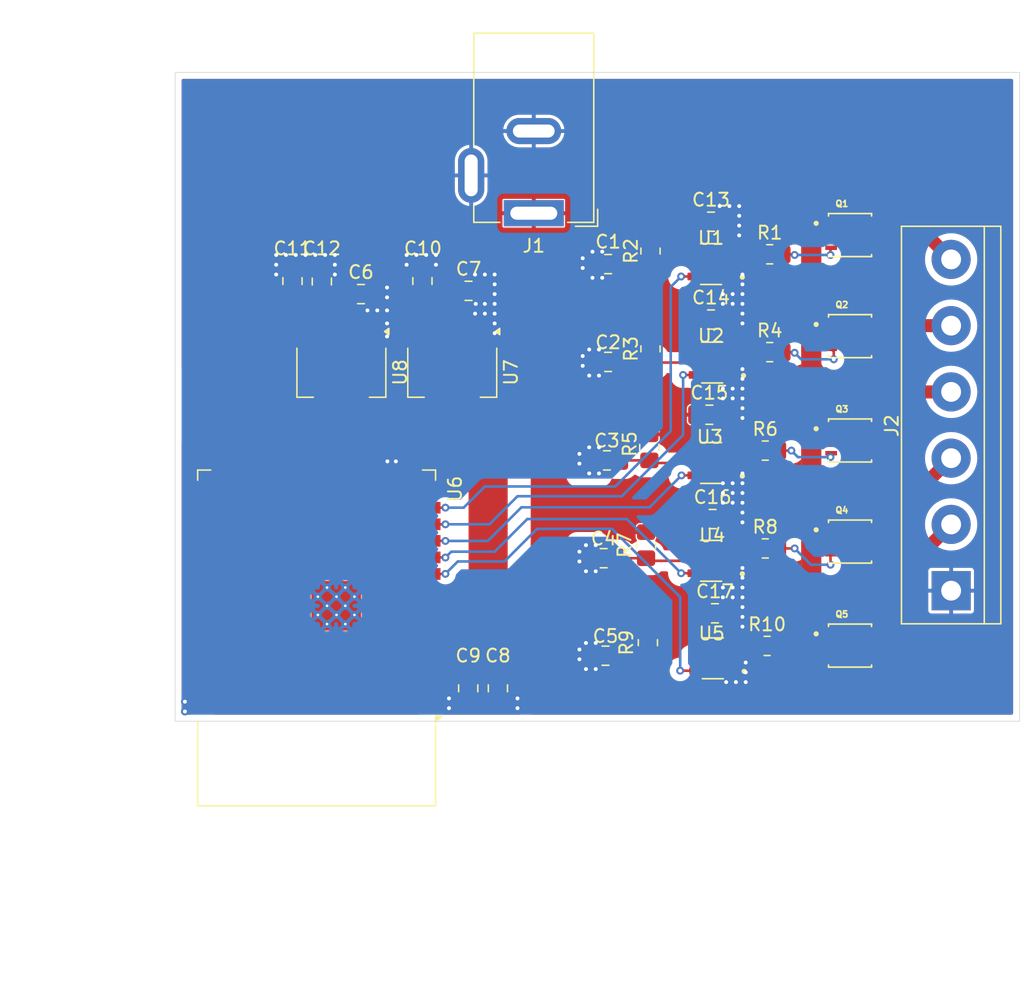
<source format=kicad_pcb>
(kicad_pcb (version 20240108) (generator "pcbnew") (generator_version "8.0")
  (layers (0 "F.Cu" signal) (31 "B.Cu" signal) (34 "B.Paste" user) (35 "F.Paste" user) (36 "B.SilkS" user "B.Silkscreen") (37 "F.SilkS" user "F.Silkscreen") (38 "B.Mask" user) (39 "F.Mask" user) (44 "Edge.Cuts" user))
  (net 0 "")
  (net 1 "Net-(U1-EN{slash}~{FLT})")
  (net 2 "GND")
  (net 3 "Net-(U2-EN{slash}~{FLT})")
  (net 4 "Net-(U3-EN{slash}~{FLT})")
  (net 5 "Net-(U4-EN{slash}~{FLT})")
  (net 6 "Net-(U5-EN{slash}~{FLT})")
  (net 7 "VCC")
  (net 8 "+3.3V")
  (net 9 "Net-(U6-EN)")
  (net 10 "Net-(U1-OUT)")
  (net 11 "Net-(Q1-G)")
  (net 12 "Net-(Q2-G)")
  (net 13 "Net-(U2-OUT)")
  (net 14 "Net-(U3-OUT)")
  (net 15 "Net-(Q3-G)")
  (net 16 "Net-(U4-OUT)")
  (net 17 "Net-(Q4-G)")
  (net 18 "Net-(U5-OUT)")
  (net 19 "Net-(Q5-G)")
  (net 20 "/IN1")
  (net 21 "/IN2")
  (net 22 "/IN3")
  (net 23 "/IN4")
  (net 24 "/IN5")
  (net 53 "+5V")
  (net 54 "Net-(J2-Pin_4)")
  (net 55 "Net-(J2-Pin_5)")
  (net 56 "Net-(J2-Pin_2)")
  (net 57 "Net-(J2-Pin_3)")
  (net 58 "Net-(J2-Pin_6)")
  (footprint "Resistor_SMD:R_0805_2012Metric_Pad1.20x1.40mm_HandSolder" (layer "F.Cu") (at 117.64 131.975)
    (property "Reference" "R10")
    (property "Value" "R")
  )
  (footprint "1ED44175N01BXTSA1:1ED44175N01BXTSA1" (layer "F.Cu") (at 113.48 132.925 180)
    (property "Reference" "U5")
    (property "Value" "1ED44175N01BXTSA1" (hide yes))
  )
  (footprint "TerminalBlock:TerminalBlock_bornier-6_P5.08mm" (layer "F.Cu") (at 131.75 127.74 90)
    (property "Reference" "J2")
    (property "Value" "Screw_Terminal_01x06")
  )
  (footprint "Resistor_SMD:R_0805_2012Metric_Pad1.20x1.40mm_HandSolder" (layer "F.Cu") (at 108.7 101.7 90)
    (property "Reference" "R2")
    (property "Value" "R" (hide yes))
  )
  (footprint "Resistor_SMD:R_0805_2012Metric_Pad1.20x1.40mm_HandSolder" (layer "F.Cu") (at 117.84 109.45)
    (property "Reference" "R4")
    (property "Value" "R")
  )
  (footprint "Capacitor_SMD:C_0805_2012Metric_Pad1.18x1.45mm_HandSolder" (layer "F.Cu") (at 105.45 102.7 180)
    (property "Reference" "C1")
    (property "Value" "C" (hide yes))
  )
  (footprint "BSZ180P03:BSZ180P03" (layer "F.Cu") (at 124 123.975)
    (property "Reference" "Q4")
    (property "Value" "PMOS")
  )
  (footprint "Capacitor_SMD:C_0805_2012Metric_Pad1.18x1.45mm_HandSolder" (layer "F.Cu") (at 113.4625 122.25)
    (property "Reference" "C16")
    (property "Value" "C")
  )
  (footprint "Capacitor_SMD:C_0805_2012Metric_Pad1.18x1.45mm_HandSolder" (layer "F.Cu") (at 91.2125 104 90)
    (property "Reference" "C10")
    (property "Value" "C" (hide yes))
  )
  (footprint "Package_TO_SOT_SMD:SOT-223-3_TabPin2" (layer "F.Cu") (at 93.5 111 -90)
    (property "Reference" "U7")
    (property "Value" "AMS1117-3.3" (hide yes))
  )
  (footprint "Resistor_SMD:R_0805_2012Metric_Pad1.20x1.40mm_HandSolder" (layer "F.Cu") (at 108.61 116.75 90)
    (property "Reference" "R5")
    (property "Value" "R" (hide yes))
  )
  (footprint "Package_TO_SOT_SMD:SOT-223-3_TabPin2" (layer "F.Cu") (at 85 111 -90)
    (property "Reference" "U8")
    (property "Value" "AMS1117-5.0" (hide yes))
  )
  (footprint "RF_Module:ESP32-WROOM-32D" (layer "F.Cu") (at 83.1 128.37 180)
    (property "Reference" "U6")
    (property "Value" "ESP32-WROOM-32E")
  )
  (footprint "Resistor_SMD:R_0805_2012Metric_Pad1.20x1.40mm_HandSolder" (layer "F.Cu") (at 108.7 109.2 90)
    (property "Reference" "R3")
    (property "Value" "R" (hide yes))
  )
  (footprint "Resistor_SMD:R_0805_2012Metric_Pad1.20x1.40mm_HandSolder" (layer "F.Cu") (at 117.5 124.5)
    (property "Reference" "R8")
    (property "Value" "R")
  )
  (footprint "Capacitor_SMD:C_0805_2012Metric_Pad1.18x1.45mm_HandSolder" (layer "F.Cu") (at 97 135.225 -90)
    (property "Reference" "C8")
    (property "Value" "C")
  )
  (footprint "Capacitor_SMD:C_0805_2012Metric_Pad1.18x1.45mm_HandSolder" (layer "F.Cu") (at 105.25 132.725 180)
    (property "Reference" "C5")
    (property "Value" "C" (hide yes))
  )
  (footprint "Capacitor_SMD:C_0805_2012Metric_Pad1.18x1.45mm_HandSolder" (layer "F.Cu") (at 105.36 117.75 180)
    (property "Reference" "C3")
    (property "Value" "C" (hide yes))
  )
  (footprint "Capacitor_SMD:C_0805_2012Metric_Pad1.18x1.45mm_HandSolder" (layer "F.Cu") (at 86.5 105)
    (property "Reference" "C6")
    (property "Value" "C" (hide yes))
  )
  (footprint "Capacitor_SMD:C_0805_2012Metric_Pad1.18x1.45mm_HandSolder" (layer "F.Cu") (at 105.11 125.25 180)
    (property "Reference" "C4")
    (property "Value" "C" (hide yes))
  )
  (footprint "BSZ180P03:BSZ180P03" (layer "F.Cu") (at 124 131.95)
    (property "Reference" "Q5")
    (property "Value" "PMOS")
  )
  (footprint "Capacitor_SMD:C_0805_2012Metric_Pad1.18x1.45mm_HandSolder" (layer "F.Cu") (at 81.25 104 90)
    (property "Reference" "C11")
    (property "Value" "C" (hide yes))
  )
  (footprint "1ED44175N01BXTSA1:1ED44175N01BXTSA1" (layer "F.Cu") (at 113.43 110.25 180)
    (property "Reference" "U2")
    (property "Value" "1ED44175N01BXTSA1" (hide yes))
  )
  (footprint "Resistor_SMD:R_0805_2012Metric_Pad1.20x1.40mm_HandSolder" (layer "F.Cu") (at 108.5 131.725 90)
    (property "Reference" "R9")
    (property "Value" "R" (hide yes))
  )
  (footprint "Capacitor_SMD:C_0805_2012Metric_Pad1.18x1.45mm_HandSolder" (layer "F.Cu") (at 83.5 104.0375 90)
    (property "Reference" "C12")
    (property "Value" "C" (hide yes))
  )
  (footprint "BSZ180P03:BSZ180P03" (layer "F.Cu") (at 124 100.475)
    (property "Reference" "Q1")
    (property "Value" "PMOS")
  )
  (footprint "Capacitor_SMD:C_0805_2012Metric_Pad1.18x1.45mm_HandSolder" (layer "F.Cu") (at 113.64 129.475)
    (property "Reference" "C17")
    (property "Value" "C")
  )
  (footprint "BSZ180P03:BSZ180P03" (layer "F.Cu") (at 124 116.225)
    (property "Reference" "Q3")
    (property "Value" "PMOS")
  )
  (footprint "1ED44175N01BXTSA1:1ED44175N01BXTSA1" (layer "F.Cu") (at 113.34 102.7 180)
    (property "Reference" "U1")
    (property "Value" "1ED44175N01BXTSA1" (hide yes))
  )
  (footprint "1ED44175N01BXTSA1:1ED44175N01BXTSA1" (layer "F.Cu") (at 113.34 125.45 180)
    (property "Reference" "U4")
    (property "Value" "1ED44175N01BXTSA1" (hide yes))
  )
  (footprint "BSZ180P03:BSZ180P03" (layer "F.Cu") (at 124 108.225)
    (property "Reference" "Q2")
    (property "Value" "PMOS")
  )
  (footprint "Connector_BarrelJack:BarrelJack_GCT_DCJ200-10-A_Horizontal" (layer "F.Cu") (at 99.75 98.8 180)
    (property "Reference" "J1")
    (property "Value" "Barrel_Jack_Switch_Pin3Ring")
  )
  (footprint "Resistor_SMD:R_0805_2012Metric_Pad1.20x1.40mm_HandSolder" (layer "F.Cu") (at 117.5 117)
    (property "Reference" "R6")
    (property "Value" "R")
  )
  (footprint "Capacitor_SMD:C_0805_2012Metric_Pad1.18x1.45mm_HandSolder" (layer "F.Cu") (at 105.45 110.2 180)
    (property "Reference" "C2")
    (property "Value" "C" (hide yes))
  )
  (footprint "Capacitor_SMD:C_0805_2012Metric_Pad1.18x1.45mm_HandSolder" (layer "F.Cu") (at 113.2125 114.25)
    (property "Reference" "C15")
    (property "Value" "C")
  )
  (footprint "Resistor_SMD:R_0805_2012Metric_Pad1.20x1.40mm_HandSolder" (layer "F.Cu") (at 108.36 124.25 90)
    (property "Reference" "R7")
    (property "Value" "R" (hide yes))
  )
  (footprint "1ED44175N01BXTSA1:1ED44175N01BXTSA1" (layer "F.Cu") (at 113.34 117.95 180)
    (property "Reference" "U3")
    (property "Value" "1ED44175N01BXTSA1" (hide yes))
  )
  (footprint "Capacitor_SMD:C_0805_2012Metric_Pad1.18x1.45mm_HandSolder" (layer "F.Cu") (at 94.725 135.225 -90)
    (property "Reference" "C9")
    (property "Value" "C")
  )
  (footprint "Capacitor_SMD:C_0805_2012Metric_Pad1.18x1.45mm_HandSolder" (layer "F.Cu") (at 113.34 99.45)
    (property "Reference" "C13")
    (property "Value" "C")
  )
  (footprint "Capacitor_SMD:C_0805_2012Metric_Pad1.18x1.45mm_HandSolder" (layer "F.Cu") (at 94.75 104.75)
    (property "Reference" "C7")
    (property "Value" "C" (hide yes))
  )
  (footprint "Resistor_SMD:R_0805_2012Metric_Pad1.20x1.40mm_HandSolder" (layer "F.Cu") (at 117.84 101.95)
    (property "Reference" "R1")
    (property "Value" "R")
  )
  (footprint "Capacitor_SMD:C_0805_2012Metric_Pad1.18x1.45mm_HandSolder" (layer "F.Cu") (at 113.34 106.95)
    (property "Reference" "C14")
    (property "Value" "C")
  )
  (gr_rect (start 72.25 88) (end 137 137.75) (stroke (width 0.05)) (fill none) (layer "Edge.Cuts"))
  (segment (start 108.7 102.7) (end 112.18 102.7) (width 0.2) (layer "F.Cu") (net 1))
  (segment (start 106.4875 102.7) (end 108.7 102.7) (width 0.2) (layer "F.Cu") (net 1))
  (via (at 103.25 117.25) (size 0.6) (drill 0.3) (layers "F.Cu" "B.Cu") (net 2))
  (via (at 95.25 103.5) (size 0.6) (drill 0.3) (layers "F.Cu" "B.Cu") (net 2))
  (via (at 115 119.5) (size 0.6) (drill 0.3) (layers "F.Cu" "B.Cu") (net 2))
  (via (at 88.5 104.5) (size 0.6) (drill 0.3) (layers "F.Cu" "B.Cu") (net 2))
  (via (at 114.5 134.75) (size 0.6) (drill 0.3) (layers "F.Cu" "B.Cu") (net 2))
  (via (at 96.75 107.25) (size 0.6) (drill 0.3) (layers "F.Cu" "B.Cu") (net 2))
  (via (at 103.25 118) (size 0.6) (drill 0.3) (layers "F.Cu" "B.Cu") (net 2))
  (via (at 115.75 114.5) (size 0.6) (drill 0.3) (layers "F.Cu" "B.Cu") (net 2))
  (via (at 93.25 136.75) (size 0.6) (drill 0.3) (layers "F.Cu" "B.Cu") (net 2))
  (via (at 89.175 117.825) (size 0.6) (drill 0.3) (layers "F.Cu" "B.Cu") (net 2))
  (via (at 115.75 129.75) (size 0.6) (drill 0.3) (layers "F.Cu" "B.Cu") (net 2))
  (via (at 96.75 106.5) (size 0.6) (drill 0.3) (layers "F.Cu" "B.Cu") (net 2))
  (via (at 80 102.75) (size 0.6) (drill 0.3) (layers "F.Cu" "B.Cu") (net 2))
  (via (at 104.5 133.75) (size 0.6) (drill 0.3) (layers "F.Cu" "B.Cu") (net 2))
  (via (at 115.75 103.5) (size 0.6) (drill 0.3) (layers "F.Cu" "B.Cu") (net 2))
  (via (at 98.5 136.75) (size 0.6) (drill 0.3) (layers "F.Cu" "B.Cu") (net 2))
  (via (at 115.75 122.5) (size 0.6) (drill 0.3) (layers "F.Cu" "B.Cu") (net 2))
  (via (at 114.25 128.25) (size 0.6) (drill 0.3) (layers "F.Cu" "B.Cu") (net 2))
  (via (at 103.75 126.25) (size 0.6) (drill 0.3) (layers "F.Cu" "B.Cu") (net 2))
  (via (at 115.5 99) (size 0.6) (drill 0.3) (layers "F.Cu" "B.Cu") (net 2))
  (via (at 96.75 103.5) (size 0.6) (drill 0.3) (layers "F.Cu" "B.Cu") (net 2))
  (via (at 80 103.5) (size 0.6) (drill 0.3) (layers "F.Cu" "B.Cu") (net 2))
  (via (at 114.25 120.25) (size 0.6) (drill 0.3) (layers "F.Cu" "B.Cu") (net 2))
  (via (at 104 118.75) (size 0.6) (drill 0.3) (layers "F.Cu" "B.Cu") (net 2))
  (via (at 87.75 106.25) (size 0.6) (drill 0.3) (layers "F.Cu" "B.Cu") (net 2))
  (via (at 83.75 102) (size 0.6) (drill 0.3) (layers "F.Cu" "B.Cu") (net 2))
  (via (at 115 113) (size 0.6) (drill 0.3) (layers "F.Cu" "B.Cu") (net 2))
  (via (at 115.75 107.25) (size 0.6) (drill 0.3) (layers "F.Cu" "B.Cu") (net 2))
  (via (at 73 136.25) (size 0.6) (drill 0.3) (layers "F.Cu" "B.Cu") (net 2))
  (via (at 114.25 105) (size 0.6) (drill 0.3) (layers "F.Cu" "B.Cu") (net 2))
  (via (at 82.25 102) (size 0.6) (drill 0.3) (layers "F.Cu" "B.Cu") (net 2))
  (via (at 96.75 104.25) (size 0.6) (drill 0.3) (layers "F.Cu" "B.Cu") (net 2))
  (via (at 103.75 131.75) (size 0.6) (drill 0.3) (layers "F.Cu" "B.Cu") (net 2))
  (via (at 115.75 120.25) (size 0.6) (drill 0.3) (layers "F.Cu" "B.Cu") (net 2))
  (via (at 115.5 100.5) (size 0.6) (drill 0.3) (layers "F.Cu" "B.Cu") (net 2))
  (via (at 92.25 102) (size 0.6) (drill 0.3) (layers "F.Cu" "B.Cu") (net 2))
  (via (at 84.5 102) (size 0.6) (drill 0.3) (layers "F.Cu" "B.Cu") (net 2))
  (via (at 115.5 98.25) (size 0.6) (drill 0.3) (layers "F.Cu" "B.Cu") (net 2))
  (via (at 88.5 107.25) (size 0.6) (drill 0.3) (layers "F.Cu" "B.Cu") (net 2))
  (via (at 92.25 102.75) (size 0.6) (drill 0.3) (layers "F.Cu" "B.Cu") (net 2))
  (via (at 115.75 121) (size 0.6) (drill 0.3) (layers "F.Cu" "B.Cu") (net 2))
  (via (at 115 120.25) (size 0.6) (drill 0.3) (layers "F.Cu" "B.Cu") (net 2))
  (via (at 96.75 105.75) (size 0.6) (drill 0.3) (layers "F.Cu" "B.Cu") (net 2))
  (via (at 103.25 133) (size 0.6) (drill 0.3) (layers "F.Cu" "B.Cu") (net 2))
  (via (at 115.75 105.75) (size 0.6) (drill 0.3) (layers "F.Cu" "B.Cu") (net 2))
  (via (at 115.75 110.75) (size 0.6) (drill 0.3) (layers "F.Cu" "B.Cu") (net 2))
  (via (at 95.299997 105.75) (size 0.6) (drill 0.3) (layers "F.Cu" "B.Cu") (net 2))
  (via (at 115 105) (size 0.6) (drill 0.3) (layers "F.Cu" "B.Cu") (net 2))
  (via (at 115 127.5) (size 0.6) (drill 0.3) (layers "F.Cu" "B.Cu") (net 2))
  (via (at 103.25 132.25) (size 0.6) (drill 0.3) (layers "F.Cu" "B.Cu") (net 2))
  (via (at 116 134) (size 0.6) (drill 0.3) (layers "F.Cu" "B.Cu") (net 2))
  (via (at 115.75 106.5) (size 0.6) (drill 0.3) (layers "F.Cu" "B.Cu") (net 2))
  (via (at 93.25 136) (size 0.6) (drill 0.3) (layers "F.Cu" "B.Cu") (net 2))
  (via (at 115 128.25) (size 0.6) (drill 0.3) (layers "F.Cu" "B.Cu") (net 2))
  (via (at 88.525 117.825) (size 0.6) (drill 0.3) (layers "F.Cu" "B.Cu") (net 2))
  (via (at 115.75 126.75) (size 0.6) (drill 0.3) (layers "F.Cu" "B.Cu") (net 2))
  (via (at 115.75 128.25) (size 0.6) (drill 0.3) (layers "F.Cu" "B.Cu") (net 2))
  (via (at 103.5 110.5) (size 0.6) (drill 0.3) (layers "F.Cu" "B.Cu") (net 2))
  (via (at 96 103.5) (size 0.6) (drill 0.3) (layers "F.Cu" "B.Cu") (net 2))
  (via (at 104.5 126.25) (size 0.6) (drill 0.3) (layers "F.Cu" "B.Cu") (net 2))
  (via (at 96.75 105) (size 0.6) (drill 0.3) (layers "F.Cu" "B.Cu") (net 2))
  (via (at 81.5 102) (size 0.6) (drill 0.3) (layers "F.Cu" "B.Cu") (net 2))
  (via (at 103.75 124.25) (size 0.6) (drill 0.3) (layers "F.Cu" "B.Cu") (net 2))
  (via (at 104.25 103.75) (size 0.6) (drill 0.3) (layers "F.Cu" "B.Cu") (net 2))
  (via (at 103.5 109.75) (size 0.6) (drill 0.3) (layers "F.Cu" "B.Cu") (net 2))
  (via (at 80.75 102) (size 0.6) (drill 0.3) (layers "F.Cu" "B.Cu") (net 2))
  (via (at 98.5 136) (size 0.6) (drill 0.3) (layers "F.Cu" "B.Cu") (net 2))
  (via (at 103.5 102.25) (size 0.6) (drill 0.3) (layers "F.Cu" "B.Cu") (net 2))
  (via (at 115.75 121.75) (size 0.6) (drill 0.3) (layers "F.Cu" "B.Cu") (net 2))
  (via (at 88.5 106.25) (size 0.6) (drill 0.3) (layers "F.Cu" "B.Cu") (net 2))
  (via (at 114.25 121) (size 0.6) (drill 0.3) (layers "F.Cu" "B.Cu") (net 2))
  (via (at 115.75 129) (size 0.6) (drill 0.3) (layers "F.Cu" "B.Cu") (net 2))
  (via (at 103.25 124.75) (size 0.6) (drill 0.3) (layers "F.Cu" "B.Cu") (net 2))
  (via (at 104.75 109.25) (size 0.6) (drill 0.3) (layers "F.Cu" "B.Cu") (net 2))
  (via (at 115.75 130.5) (size 0.6) (drill 0.3) (layers "F.Cu" "B.Cu") (net 2))
  (via (at 115.75 113.75) (size 0.6) (drill 0.3) (layers "F.Cu" "B.Cu") (net 2))
  (via (at 115 105.75) (size 0.6) (drill 0.3) (layers "F.Cu" "B.Cu") (net 2))
  (via (at 87 106.25) (size 0.6) (drill 0.3) (layers "F.Cu" "B.Cu") (net 2))
  (via (at 90 102) (size 0.6) (drill 0.3) (layers "F.Cu" "B.Cu") (net 2))
  (via (at 115.75 118.75) (size 0.6) (drill 0.3) (layers "F.Cu" "B.Cu") (net 2))
  (via (at 115.5 99.75) (size 0.6) (drill 0.3) (layers "F.Cu" "B.Cu") (net 2))
  (via (at 105 101.75) (size 0.6) (drill 0.3) (layers "F.Cu" "B.Cu") (net 2))
  (via (at 114.25 119.5) (size 0.6) (drill 0.3) (layers "F.Cu" "B.Cu") (net 2))
  (via (at 104.5 124.25) (size 0.6) (drill 0.3) (layers "F.Cu" "B.Cu") (net 2))
  (via (at 116 134.75) (size 0.6) (drill 0.3) (layers "F.Cu" "B.Cu") (net 2))
  (via (at 88.5 105.25) (size 0.6) (drill 0.3) (layers "F.Cu" "B.Cu") (net 2))
  (via (at 104.5 131.75) (size 0.6) (drill 0.3) (layers "F.Cu" "B.Cu") (net 2))
  (via (at 104.75 118.75) (size 0.6) (drill 0.3) (layers "F.Cu" "B.Cu") (net 2))
  (via (at 104.75 111.25) (size 0.6) (drill 0.3) (layers "F.Cu" "B.Cu") (net 2))
  (via (at 114.25 127.5) (size 0.6) (drill 0.3) (layers "F.Cu" "B.Cu") (net 2))
  (via (at 114.75 98.25) (size 0.6) (drill 0.3) (layers "F.Cu" "B.Cu") (net 2))
  (via (at 96.75 108) (size 0.6) (drill 0.3) (layers "F.Cu" "B.Cu") (net 2))
  (via (at 114 98.25) (size 0.6) (drill 0.3) (layers "F.Cu" "B.Cu") (net 2))
  (via (at 84.5 103.5) (size 0.6) (drill 0.3) (layers "F.Cu" "B.Cu") (net 2))
  (via (at 104 116.75) (size 0.6) (drill 0.3) (layers "F.Cu" "B.Cu") (net 2))
  (via (at 115.25 134.75) (size 0.6) (drill 0.3) (layers "F.Cu" "B.Cu") (net 2))
  (via (at 115.75 111.5) (size 0.6) (drill 0.3) (layers "F.Cu" "B.Cu") (net 2))
  (via (at 114.25 113) (size 0.6) (drill 0.3) (layers "F.Cu" "B.Cu") (net 2))
  (via (at 88.5 108.25) (size 0.6) (drill 0.3) (layers "F.Cu" "B.Cu") (net 2))
  (via (at 115.75 112.25) (size 0.6) (drill 0.3) (layers "F.Cu" "B.Cu") (net 2))
  (via (at 115.75 104.25) (size 0.6) (drill 0.3) (layers "F.Cu" "B.Cu") (net 2))
  (via (at 116 133.25) (size 0.6) (drill 0.3) (layers "F.Cu" "B.Cu") (net 2))
  (via (at 80 102) (size 0.6) (drill 0.3) (layers "F.Cu" "B.Cu") (net 2))
  (via (at 115.75 105) (size 0.6) (drill 0.3) (layers "F.Cu" "B.Cu") (net 2))
  (via (at 103.25 125.5) (size 0.6) (drill 0.3) (layers "F.Cu" "B.Cu") (net 2))
  (via (at 90.75 102) (size 0.6) (drill 0.3) (layers "F.Cu" "B.Cu") (net 2))
  (via (at 115 112.25) (size 0.6) (drill 0.3) (layers "F.Cu" "B.Cu") (net 2))
  (via (at 83 102) (size 0.6) (drill 0.3) (layers "F.Cu" "B.Cu") (net 2))
  (via (at 95.25 106.5) (size 0.6) (drill 0.3) (layers "F.Cu" "B.Cu") (net 2))
  (via (at 104.25 101.75) (size 0.6) (drill 0.3) (layers "F.Cu" "B.Cu") (net 2))
  (via (at 115.75 127.5) (size 0.6) (drill 0.3) (layers "F.Cu" "B.Cu") (net 2))
  (via (at 104.75 116.75) (size 0.6) (drill 0.3) (layers "F.Cu" "B.Cu") (net 2))
  (via (at 105 103.75) (size 0.6) (drill 0.3) (layers "F.Cu" "B.Cu") (net 2))
  (via (at 104 111.25) (size 0.6) (drill 0.3) (layers "F.Cu" "B.Cu") (net 2))
  (via (at 96 106.5) (size 0.6) (drill 0.3) (layers "F.Cu" "B.Cu") (net 2))
  (via (at 91.5 102) (size 0.6) (drill 0.3) (layers "F.Cu" "B.Cu") (net 2))
  (via (at 90 102.75) (size 0.6) (drill 0.3) (layers "F.Cu" "B.Cu") (net 2))
  (via (at 115.75 113) (size 0.6) (drill 0.3) (layers "F.Cu" "B.Cu") (net 2))
  (via (at 84.5 102.75) (size 0.6) (drill 0.3) (layers "F.Cu" "B.Cu") (net 2))
  (via (at 114.25 105.75) (size 0.6) (drill 0.3) (layers "F.Cu" "B.Cu") (net 2))
  (via (at 103.5 103) (size 0.6) (drill 0.3) (layers "F.Cu" "B.Cu") (net 2))
  (via (at 104 109.25) (size 0.6) (drill 0.3) (layers "F.Cu" "B.Cu") (net 2))
  (via (at 115.75 119.5) (size 0.6) (drill 0.3) (layers "F.Cu" "B.Cu") (net 2))
  (via (at 115 121) (size 0.6) (drill 0.3) (layers "F.Cu" "B.Cu") (net 2))
  (via (at 115.75 126) (size 0.6) (drill 0.3) (layers "F.Cu" "B.Cu") (net 2))
  (via (at 73 137) (size 0.6) (drill 0.3) (layers "F.Cu" "B.Cu") (net 2))
  (via (at 103.75 133.75) (size 0.6) (drill 0.3) (layers "F.Cu" "B.Cu") (net 2))
  (via (at 114.25 112.25) (size 0.6) (drill 0.3) (layers "F.Cu" "B.Cu") (net 2))
  (via (at 96 105.75) (size 0.6) (drill 0.3) (layers "F.Cu" "B.Cu") (net 2))
  (segment (start 112.27 110.25) (end 108.75 110.25) (width 0.2) (layer "F.Cu") (net 3))
  (segment (start 108.75 110.25) (end 108.7 110.2) (width 0.2) (layer "F.Cu") (net 3))
  (segment (start 106.4875 110.2) (end 108.7 110.2) (width 0.2) (layer "F.Cu") (net 3))
  (segment (start 106.3975 117.75) (end 108.61 117.75) (width 0.2) (layer "F.Cu") (net 4))
  (segment (start 112.18 117.95) (end 108.81 117.95) (width 0.2) (layer "F.Cu") (net 4))
  (segment (start 108.81 117.95) (end 108.61 117.75) (width 0.2) (layer "F.Cu") (net 4))
  (segment (start 106.1475 125.25) (end 108.36 125.25) (width 0.2) (layer "F.Cu") (net 5))
  (segment (start 108.6 125.45) (end 112.18 125.45) (width 0.2) (layer "F.Cu") (net 5))
  (segment (start 108.4 125.25) (end 108.6 125.45) (width 0.2) (layer "F.Cu") (net 5))
  (segment (start 108.36 125.25) (end 108.4 125.25) (width 0.2) (layer "F.Cu") (net 5))
  (segment (start 95.9375 135.25) (end 97 134.1875) (width 0.3) (layer "F.Cu") (net 8))
  (segment (start 93.9 135.35) (end 94 135.25) (width 0.3) (layer "F.Cu") (net 8))
  (segment (start 91.85 135.35) (end 93.9 135.35) (width 0.3) (layer "F.Cu") (net 8))
  (segment (start 94 135.25) (end 95.9375 135.25) (width 0.3) (layer "F.Cu") (net 8))
  (segment (start 94.725 134.1875) (end 91.9575 134.1875) (width 0.5) (layer "F.Cu") (net 9))
  (segment (start 91.9575 134.1875) (end 91.85 134.08) (width 0.2) (layer "F.Cu") (net 9))
  (segment (start 116.64 101.75) (end 116.84 101.95) (width 0.2) (layer "F.Cu") (net 10))
  (segment (start 114.5 101.75) (end 116.64 101.75) (width 0.2) (layer "F.Cu") (net 10))
  (segment (start 122.5 102) (end 122.5 101.5) (width 0.2) (layer "F.Cu") (net 11))
  (segment (start 122.5 101.5) (end 122.55 101.45) (width 0.2) (layer "F.Cu") (net 11))
  (segment (start 119.7 101.95) (end 119.75 102) (width 0.2) (layer "F.Cu") (net 11))
  (segment (start 118.84 101.95) (end 119.7 101.95) (width 0.2) (layer "F.Cu") (net 11))
  (via (at 119.75 102) (size 0.6) (drill 0.3) (layers "F.Cu" "B.Cu") (net 11))
  (via (at 122.5 102) (size 0.6) (drill 0.3) (layers "F.Cu" "B.Cu") (net 11))
  (segment (start 119.75 102) (end 122.5 102) (width 0.2) (layer "B.Cu") (net 11))
  (segment (start 118.84 109.45) (end 119.7 109.45) (width 0.2) (layer "F.Cu") (net 12))
  (segment (start 119.7 109.45) (end 119.75 109.5) (width 0.2) (layer "F.Cu") (net 12))
  (segment (start 122.75 109.4) (end 122.55 109.2) (width 0.2) (layer "F.Cu") (net 12))
  (segment (start 122.75 110) (end 122.75 109.4) (width 0.2) (layer "F.Cu") (net 12))
  (via (at 122.75 110) (size 0.6) (drill 0.3) (layers "F.Cu" "B.Cu") (net 12))
  (via (at 119.75 109.5) (size 0.6) (drill 0.3) (layers "F.Cu" "B.Cu") (net 12))
  (segment (start 120.25 110) (end 122.75 110) (width 0.2) (layer "B.Cu") (net 12))
  (segment (start 119.75 109.5) (end 120.25 110) (width 0.2) (layer "B.Cu") (net 12))
  (segment (start 114.59 109.3) (end 116.69 109.3) (width 0.3) (layer "F.Cu") (net 13))
  (segment (start 116.69 109.3) (end 116.84 109.45) (width 0.2) (layer "F.Cu") (net 13))
  (segment (start 114.5 117) (end 116.5 117) (width 0.2) (layer "F.Cu") (net 14))
  (segment (start 118.5 117) (end 119.5 117) (width 0.2) (layer "F.Cu") (net 15))
  (segment (start 122.5 117.25) (end 122.55 117.2) (width 0.2) (layer "F.Cu") (net 15))
  (segment (start 122.5 117.5) (end 122.5 117.25) (width 0.2) (layer "F.Cu") (net 15))
  (via (at 122.5 117.5) (size 0.6) (drill 0.3) (layers "F.Cu" "B.Cu") (net 15))
  (via (at 119.5 117) (size 0.6) (drill 0.3) (layers "F.Cu" "B.Cu") (net 15))
  (segment (start 120 117.5) (end 119.5 117) (width 0.2) (layer "B.Cu") (net 15))
  (segment (start 122.5 117.5) (end 120 117.5) (width 0.2) (layer "B.Cu") (net 15))
  (segment (start 118.5 124.5) (end 119.75 124.5) (width 0.2) (layer "F.Cu") (net 17))
  (segment (start 122.5 125.75) (end 122.5 125) (width 0.2) (layer "F.Cu") (net 17))
  (segment (start 122.5 125) (end 122.55 124.95) (width 0.2) (layer "F.Cu") (net 17))
  (via (at 119.75 124.5) (size 0.6) (drill 0.3) (layers "F.Cu" "B.Cu") (net 17))
  (via (at 122.5 125.75) (size 0.6) (drill 0.3) (layers "F.Cu" "B.Cu") (net 17))
  (segment (start 121 125.75) (end 122.5 125.75) (width 0.2) (layer "B.Cu") (net 17))
  (segment (start 119.75 124.5) (end 121 125.75) (width 0.2) (layer "B.Cu") (net 17))
  (segment (start 118.64 131.975) (end 119.59 132.925) (width 0.2) (layer "F.Cu") (net 19))
  (segment (start 119.59 132.925) (end 122.55 132.925) (width 0.2) (layer "F.Cu") (net 19))
  (segment (start 111.05 103.65) (end 112.18 103.65) (width 0.2) (layer "F.Cu") (net 20))
  (segment (start 92.97 121.38) (end 92.975 121.375) (width 0.2) (layer "F.Cu") (net 20))
  (segment (start 91.85 121.38) (end 92.97 121.38) (width 0.2) (layer "F.Cu") (net 20))
  (via (at 92.975 121.375) (size 0.6) (drill 0.3) (layers "F.Cu" "B.Cu") (net 20))
  (via (at 111.05 103.65) (size 0.6) (drill 0.3) (layers "F.Cu" "B.Cu") (net 20))
  (segment (start 94.375 121.375) (end 96 119.75) (width 0.2) (layer "B.Cu") (net 20))
  (segment (start 110.25 104.45) (end 111.05 103.65) (width 0.2) (layer "B.Cu") (net 20))
  (segment (start 96 119.75) (end 106 119.75) (width 0.2) (layer "B.Cu") (net 20))
  (segment (start 92.975 121.375) (end 94.375 121.375) (width 0.2) (layer "B.Cu") (net 20))
  (segment (start 106 119.75) (end 110.25 115.5) (width 0.2) (layer "B.Cu") (net 20))
  (segment (start 110.25 115.5) (end 110.25 104.45) (width 0.2) (layer "B.Cu") (net 20))
  (segment (start 111.2 111.2) (end 112.27 111.2) (width 0.2) (layer "F.Cu") (net 21))
  (segment (start 91.85 122.65) (end 92.975 122.65) (width 0.2) (layer "F.Cu") (net 21))
  (via (at 92.975 122.65) (size 0.6) (drill 0.3) (layers "F.Cu" "B.Cu") (net 21))
  (via (at 111.2 111.2) (size 0.6) (drill 0.3) (layers "F.Cu" "B.Cu") (net 21))
  (segment (start 111.2 115.8) (end 111.2 111.2) (width 0.2) (layer "B.Cu") (net 21))
  (segment (start 98.5 120.5) (end 106.5 120.5) (width 0.2) (layer "B.Cu") (net 21))
  (segment (start 106.5 120.5) (end 111.2 115.8) (width 0.2) (layer "B.Cu") (net 21))
  (segment (start 96.35 122.65) (end 98.5 120.5) (width 0.2) (layer "B.Cu") (net 21))
  (segment (start 92.975 122.65) (end 96.35 122.65) (width 0.2) (layer "B.Cu") (net 21))
  (segment (start 92.97 123.92) (end 92.975 123.925) (width 0.2) (layer "F.Cu") (net 22))
  (segment (start 91.85 123.92) (end 92.97 123.92) (width 0.2) (layer "F.Cu") (net 22))
  (segment (start 111.075 118.9) (end 112.18 118.9) (width 0.2) (layer "F.Cu") (net 22))
  (via (at 111.075 118.9) (size 0.6) (drill 0.3) (layers "F.Cu" "B.Cu") (net 22))
  (via (at 92.975 123.925) (size 0.6) (drill 0.3) (layers "F.Cu" "B.Cu") (net 22))
  (segment (start 92.975 123.925) (end 96.225 123.925) (width 0.2) (layer "B.Cu") (net 22))
  (segment (start 98.8 121.35) (end 108.625 121.35) (width 0.2) (layer "B.Cu") (net 22))
  (segment (start 108.625 121.35) (end 111.075 118.9) (width 0.2) (layer "B.Cu") (net 22))
  (segment (start 96.225 123.925) (end 98.8 121.35) (width 0.2) (layer "B.Cu") (net 22))
  (segment (start 91.85 125.19) (end 92.965 125.19) (width 0.2) (layer "F.Cu") (net 23))
  (segment (start 111.05 126.4) (end 112.18 126.4) (width 0.2) (layer "F.Cu") (net 23))
  (segment (start 92.965 125.19) (end 92.975 125.2) (width 0.2) (layer "F.Cu") (net 23))
  (via (at 92.975 125.2) (size 0.6) (drill 0.3) (layers "F.Cu" "B.Cu") (net 23))
  (via (at 111.05 126.4) (size 0.6) (drill 0.3) (layers "F.Cu" "B.Cu") (net 23))
  (segment (start 106.9 122.25) (end 111.05 126.4) (width 0.2) (layer "B.Cu") (net 23))
  (segment (start 96.75 124.75) (end 99.25 122.25) (width 0.2) (layer "B.Cu") (net 23))
  (segment (start 99.25 122.25) (end 106.9 122.25) (width 0.2) (layer "B.Cu") (net 23))
  (segment (start 92.975 125.2) (end 93.425 124.75) (width 0.2) (layer "B.Cu") (net 23))
  (segment (start 93.425 124.75) (end 96.75 124.75) (width 0.2) (layer "B.Cu") (net 23))
  (segment (start 110.975 133.875) (end 112.32 133.875) (width 0.2) (layer "F.Cu") (net 24))
  (segment (start 92.965 126.46) (end 92.975 126.45) (width 0.2) (layer "F.Cu") (net 24))
  (segment (start 91.85 126.46) (end 92.965 126.46) (width 0.2) (layer "F.Cu") (net 24))
  (via (at 110.975 133.875) (size 0.6) (drill 0.3) (layers "F.Cu" "B.Cu") (net 24))
  (via (at 92.975 126.45) (size 0.6) (drill 0.3) (layers "F.Cu" "B.Cu") (net 24))
  (segment (start 97.5 125.5) (end 100 123) (width 0.2) (layer "B.Cu") (net 24))
  (segment (start 110.975 128.225) (end 110.975 133.875) (width 0.2) (layer "B.Cu") (net 24))
  (segment (start 92.975 126.45) (end 93.925 125.5) (width 0.2) (layer "B.Cu") (net 24))
  (segment (start 100 123) (end 105.75 123) (width 0.2) (layer "B.Cu") (net 24))
  (segment (start 105.75 123) (end 110.975 128.225) (width 0.2) (layer "B.Cu") (net 24))
  (segment (start 93.925 125.5) (end 97.5 125.5) (width 0.2) (layer "B.Cu") (net 24))
  (segment (start 131.75 112.5) (end 127.725 112.5) (width 1) (layer "F.Cu") (net 54))
  (segment (start 127.725 112.5) (end 124 116.225) (width 1) (layer "F.Cu") (net 54))
  (segment (start 124 108.225) (end 124.805 107.42) (width 0.2) (layer "F.Cu") (net 55))
  (segment (start 124.805 107.42) (end 131.75 107.42) (width 1) (layer "F.Cu") (net 55))
  (segment (start 131.75 122.66) (end 124 130.41) (width 1) (layer "F.Cu") (net 56))
  (segment (start 124 130.41) (end 124 131.95) (width 1) (layer "F.Cu") (net 56))
  (segment (start 125.355 123.975) (end 131.75 117.58) (width 1) (layer "F.Cu") (net 57))
  (segment (start 124 123.975) (end 125.355 123.975) (width 0.2) (layer "F.Cu") (net 57))
  (segment (start 129.885 100.475) (end 131.75 102.34) (width 1) (layer "F.Cu") (net 58))
  (segment (start 124 100.475) (end 129.885 100.475) (width 1) (layer "F.Cu") (net 58))
  (zone (net 0) (net_name "") (layer "F.Cu") (connect_pads (clearance 0)) (min_thickness 0.25)
    (keepout (tracks allowed) (vias allowed) (pads allowed) (copperpour not_allowed) (footprints allowed))
    (fill (thermal_gap 0.1) (thermal_bridge_width 0.3))
    (polygon (pts (xy 94.75 116.5) (xy 93.1 116.5) (xy 93.1 133.5) (xy 94.75 133.5)))
  )
  (zone (net 2) (net_name "GND") (layer "F.Cu") (priority 17) (connect_pads (clearance 0.5)) (min_thickness 0.25) (fill yes (thermal_gap 0.05) (thermal_bridge_width 0.3))
    (polygon (pts (xy 113.85 117.65) (xy 113.85 119.35) (xy 116.175 119.35) (xy 116.175 118.425) (xy 115.4 118.425) (xy 115.4 117.65)))
  )
  (zone (net 2) (net_name "GND") (layer "F.Cu") (priority 10) (connect_pads (clearance 0.5)) (min_thickness 0.25) (fill yes (thermal_gap 0.25) (thermal_bridge_width 0.3))
    (polygon (pts (xy 105.05 116.45) (xy 102.95 116.45) (xy 102.95 119.05) (xy 105.05 119.05)))
  )
  (zone (net 2) (net_name "GND") (layer "F.Cu") (priority 4) (connect_pads (clearance 0.5)) (min_thickness 0.25) (fill yes (thermal_gap 0.25) (thermal_bridge_width 0.3))
    (polygon (pts (xy 113.8 102.425) (xy 113.8 107.65) (xy 116.075 107.65) (xy 116.075 102.425)))
  )
  (zone (net 8) (net_name "+3.3V") (layer "F.Cu") (priority 21) (connect_pads (clearance 0.7)) (min_thickness 0.24) (fill yes (thermal_gap 0.1) (thermal_bridge_width 0.3))
    (polygon (pts (xy 97.75 134.75) (xy 97.75 112.75) (xy 94.5 112.75) (xy 94.5 104) (xy 92.5 104) (xy 92.5 112.75) (xy 91.5 112.75) (xy 91.5 116.5) (xy 94.75 116.5) (xy 94.75 132.5) (xy 96.25 132.5) (xy 96.25 134.75)))
  )
  (zone (net 0) (net_name "") (layer "F.Cu") (connect_pads (clearance 0)) (min_thickness 0.25)
    (keepout (tracks allowed) (vias allowed) (pads allowed) (copperpour not_allowed) (footprints allowed))
    (fill (thermal_gap 0.05) (thermal_bridge_width 0.3))
    (polygon (pts (xy 90.85 116.25) (xy 90.85 116.5) (xy 93.1 116.5) (xy 93.1 119.275) (xy 90.6 119.275) (xy 90.6 116.25)))
  )
  (zone (net 7) (net_name "VCC") (layer "F.Cu") (priority 1) (connect_pads yes (clearance 0.025)) (min_thickness 0.025) (fill yes (thermal_gap 0.025) (thermal_bridge_width 10))
    (polygon (pts (xy 123 132.45) (xy 120.25 132.45) (xy 120.25 99.35) (xy 123 99.35) (xy 123 100.95) (xy 121.8 100.95) (xy 121.8 107.1) (xy 123 107.1) (xy 123 108.7) (xy 121.8 108.7) (xy 121.8 115.1) (xy 123 115.1) (xy 123 116.7) (xy 121.8 116.7) (xy 121.8 122.85) (xy 123 122.85) (xy 123 124.45) (xy 121.8 124.45) (xy 121.8 130.8) (xy 123 130.8)))
  )
  (zone (net 0) (net_name "") (layer "F.Cu") (connect_pads (clearance 0)) (min_thickness 0.25)
    (keepout (tracks allowed) (vias allowed) (pads allowed) (copperpour not_allowed) (footprints allowed))
    (fill (thermal_gap 0.1) (thermal_bridge_width 0.3))
    (polygon (pts (xy 112.5 114.75) (xy 112.5 117) (xy 115.75 117) (xy 115.75 115.25) (xy 114.75 115.25) (xy 114.75 114.75)))
  )
  (zone (net 2) (net_name "GND") (layer "F.Cu") (priority 6) (connect_pads (clearance 0.5)) (min_thickness 0.25) (fill yes (thermal_gap 0.25) (thermal_bridge_width 0.3))
    (polygon (pts (xy 114 132.625) (xy 114 135.05) (xy 116.3 135.05) (xy 116.3 132.95) (xy 115.3 132.625)))
  )
  (zone (net 2) (net_name "GND") (layer "F.Cu") (priority 9) (connect_pads (clearance 0.5)) (min_thickness 0.25) (fill yes (thermal_gap 0.25) (thermal_bridge_width 0.3))
    (polygon (pts (xy 105.05 108.95) (xy 103.2 108.95) (xy 103.2 111.55) (xy 105.05 111.55)))
  )
  (zone (net 0) (net_name "") (layer "F.Cu") (connect_pads (clearance 0)) (min_thickness 0.25)
    (keepout (tracks not_allowed) (vias not_allowed) (pads not_allowed) (copperpour not_allowed) (footprints allowed))
    (fill (thermal_gap 0.1) (thermal_bridge_width 0.3))
    (polygon (pts (xy 99.525 109.5) (xy 94.5 109.5) (xy 94.5 112.75) (xy 97.75 112.75) (xy 97.75 135.25) (xy 99.5 135.25)))
  )
  (zone (net 2) (net_name "GND") (layer "F.Cu") (priority 5) (connect_pads (clearance 0.5)) (min_thickness 0.25) (fill yes (thermal_gap 0.25) (thermal_bridge_width 0.3))
    (polygon (pts (xy 113.85 118.425) (xy 113.85 122.975) (xy 116.15 122.975) (xy 116.175 118.425)))
  )
  (zone (net 53) (net_name "+5V") (layer "F.Cu") (priority 20) (connect_pads (clearance 0.7)) (min_thickness 0.24) (fill yes (thermal_gap 0.1) (thermal_bridge_width 0.3))
    (polygon (pts (xy 92 104.25) (xy 84.75 104.25) (xy 84.75 106.75) (xy 84 106.75) (xy 84 112.75) (xy 83 112.75) (xy 83 115.5) (xy 92 115.5)))
  )
  (zone (net 2) (net_name "GND") (layer "F.Cu") (connect_pads (clearance 0.5)) (min_thickness 0.25) (fill yes (thermal_gap 0.1) (thermal_bridge_width 0.3))
    (polygon (pts (xy 72.25 110.75) (xy 99.525 110.775) (xy 99.5 137.75) (xy 72.25 137.725)))
  )
  (zone (net 0) (net_name "") (layer "F.Cu") (connect_pads (clearance 0)) (min_thickness 0.25)
    (keepout (tracks not_allowed) (vias not_allowed) (pads not_allowed) (copperpour not_allowed) (footprints allowed))
    (fill (thermal_gap 0.1) (thermal_bridge_width 0.3))
    (polygon (pts (xy 72.25 110.75) (xy 83.5 110.75) (xy 83.5 116.25) (xy 83.5 115.5) (xy 90.75 115.5) (xy 90.75 116.25) (xy 72.25 116.25)))
  )
  (zone (net 2) (net_name "GND") (layer "F.Cu") (priority 14) (connect_pads (clearance 0.5)) (min_thickness 0.25) (fill yes (thermal_gap 0.25) (thermal_bridge_width 0.3))
    (polygon (pts (xy 89.7 101.7) (xy 92.55 101.7) (xy 92.55 103.55) (xy 89.7 103.55)))
  )
  (zone (net 2) (net_name "GND") (layer "F.Cu") (priority 5) (connect_pads (clearance 0.5)) (min_thickness 0.25) (fill yes (thermal_gap 0.25) (thermal_bridge_width 0.3))
    (polygon (pts (xy 113.675 109.95) (xy 113.675 114.95) (xy 116.05 114.95) (xy 116.05 109.95)))
  )
  (zone (net 2) (net_name "GND") (layer "F.Cu") (priority 7) (connect_pads (clearance 0.5)) (min_thickness 0.25) (fill yes (thermal_gap 0.25) (thermal_bridge_width 0.3))
    (polygon (pts (xy 113.85 125.15) (xy 113.85 130.8) (xy 116.05 130.8) (xy 116.05 125.15)))
  )
  (zone (net 2) (net_name "GND") (layer "F.Cu") (priority 3) (connect_pads (clearance 0.5)) (min_thickness 0.25) (fill yes (thermal_gap 0.25) (thermal_bridge_width 0.3))
    (polygon (pts (xy 113.7 97.95) (xy 115.8 97.95) (xy 115.8 100.8) (xy 113.7 100.8)))
  )
  (zone (net 2) (net_name "GND") (layer "F.Cu") (priority 13) (connect_pads (clearance 0.5)) (min_thickness 0.25) (fill yes (thermal_gap 0.25) (thermal_bridge_width 0.3))
    (polygon (pts (xy 94.95 103.2) (xy 97.05 103.2) (xy 97.05 108.85) (xy 94.95 108.85)))
  )
  (zone (net 2) (net_name "GND") (layer "F.Cu") (priority 8) (connect_pads (clearance 0.5)) (min_thickness 0.25) (fill yes (thermal_gap 0.25) (thermal_bridge_width 0.3))
    (polygon (pts (xy 105.3 101.45) (xy 103.2 101.45) (xy 103.2 104.05) (xy 105.3 104.05)))
  )
  (zone (net 7) (net_name "VCC") (layer "F.Cu") (connect_pads (clearance 0.7)) (min_thickness 0.24) (fill yes (thermal_gap 0.1) (thermal_bridge_width 0.3))
    (polygon (pts (xy 72.25 110.75) (xy 72.25 88) (xy 137 88) (xy 137 137.75) (xy 99.5 137.75) (xy 99.525 110.775)))
  )
  (zone (net 2) (net_name "GND") (layer "F.Cu") (priority 15) (connect_pads (clearance 0.5)) (min_thickness 0.25) (fill yes (thermal_gap 0.25) (thermal_bridge_width 0.3))
    (polygon (pts (xy 79.7 101.7) (xy 79.7 103.8) (xy 84.8 103.8) (xy 84.8 101.7)))
  )
  (zone (net 2) (net_name "GND") (layer "F.Cu") (priority 11) (connect_pads (clearance 0.5)) (min_thickness 0.25) (fill yes (thermal_gap 0.25) (thermal_bridge_width 0.3))
    (polygon (pts (xy 104.8 123.95) (xy 102.95 123.95) (xy 102.95 126.55) (xy 104.8 126.55)))
  )
  (zone (net 2) (net_name "GND") (layer "F.Cu") (priority 12) (connect_pads (clearance 0.5)) (min_thickness 0.25) (fill yes (thermal_gap 0.25) (thermal_bridge_width 0.3))
    (polygon (pts (xy 104.8 131.45) (xy 102.95 131.45) (xy 102.95 134.05) (xy 104.8 134.05)))
  )
  (zone (net 2) (net_name "GND") (layer "F.Cu") (priority 16) (connect_pads (clearance 0.5)) (min_thickness 0.25) (fill yes (thermal_gap 0.25) (thermal_bridge_width 0.3))
    (polygon (pts (xy 86.55 104.2) (xy 88.8 104.2) (xy 88.8 108.85) (xy 86.55 108.85)))
  )
  (zone (net 2) (net_name "GND") (layer "B.Cu") (priority 2) (connect_pads (clearance 0.5)) (min_thickness 0.25) (fill yes (thermal_gap 0.25) (thermal_bridge_width 0.3))
    (polygon (pts (xy 72.25 88) (xy 137 88) (xy 137 137.75) (xy 72.25 137.75)))
  )
)
</source>
